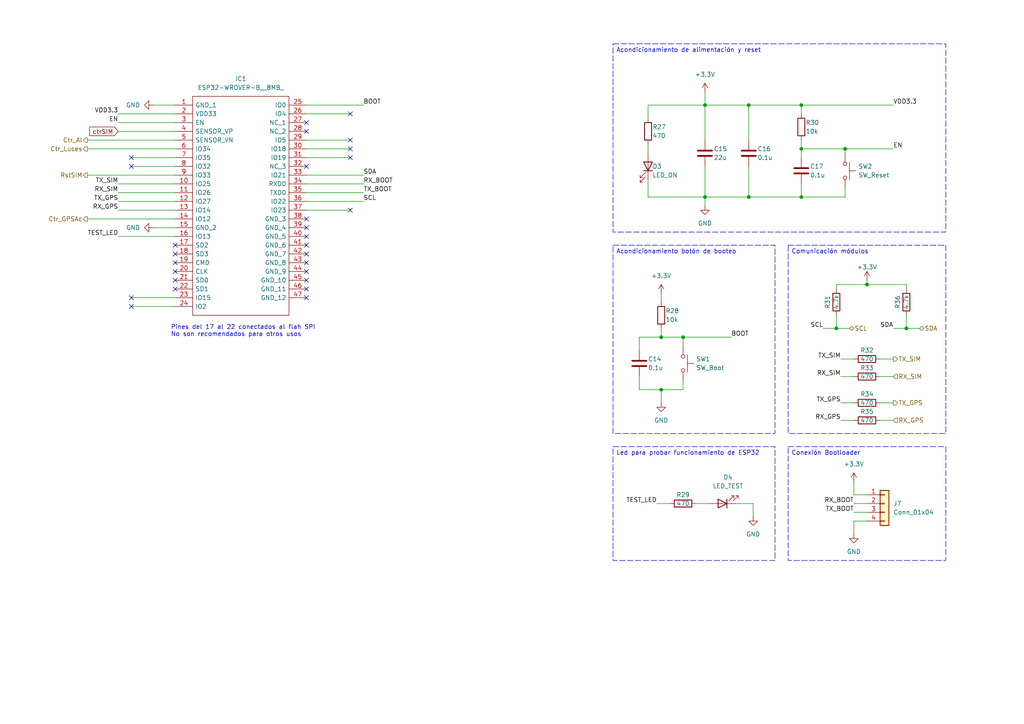
<source format=kicad_sch>
(kicad_sch (version 20230121) (generator eeschema)
  (paper "A4")
  (lib_symbols
    (symbol "Connector_Generic:Conn_01x04" (pin_names (offset 1.016) hide)
      (property "Reference" "J" (at 0 5.08 0))
      (property "Value" "Conn_01x04" (at 0 -7.62 0))
      (symbol "Conn_01x04_1_1"
        (rectangle (start -1.27 -4.953) (end 0 -5.207) (stroke (width 0.1524)))
        (rectangle (start -1.27 -2.413) (end 0 -2.667) (stroke (width 0.1524)))
        (rectangle (start -1.27 0.127) (end 0 -0.127) (stroke (width 0.1524)))
        (rectangle (start -1.27 2.667) (end 0 2.413) (stroke (width 0.1524)))
        (rectangle (start -1.27 3.81) (end 1.27 -6.35) (stroke (width 0.254)) (fill (type background)))
        (pin passive line (at -5.08 2.54 0) (length 3.81) (name "Pin_1") (number "1"))
        (pin passive line (at -5.08 0 0) (length 3.81) (name "Pin_2") (number "2"))
        (pin passive line (at -5.08 -2.54 0) (length 3.81) (name "Pin_3") (number "3"))
        (pin passive line (at -5.08 -5.08 0) (length 3.81) (name "Pin_4") (number "4"))
      )
    )
    (symbol "Device:C" (pin_numbers hide) (pin_names (offset 0.254))
      (property "Reference" "C" (at 0.635 2.54 0))
      (property "Value" "C" (at 0.635 -2.54 0))
      (symbol "C_0_1"
        (polyline (pts (xy -2.032 -0.762) (xy 2.032 -0.762)) (stroke (width 0.508)))
        (polyline (pts (xy -2.032 0.762) (xy 2.032 0.762)) (stroke (width 0.508)))
      )
      (symbol "C_1_1"
        (pin passive line (at 0 3.81 270) (length 2.794) (name "~") (number "1"))
        (pin passive line (at 0 -3.81 90) (length 2.794) (name "~") (number "2"))
      )
    )
    (symbol "Device:LED" (pin_numbers hide) (pin_names (offset 1.016) hide)
      (property "Reference" "D" (at 0 2.54 0))
      (property "Value" "LED" (at 0 -2.54 0))
      (symbol "LED_0_1"
        (polyline (pts (xy -1.27 -1.27) (xy -1.27 1.27)) (stroke (width 0.254)))
        (polyline (pts (xy -1.27 0) (xy 1.27 0)))
        (polyline (pts (xy 1.27 -1.27) (xy 1.27 1.27) (xy -1.27 0) (xy 1.27 -1.27)) (stroke (width 0.254)))
        (polyline (pts (xy -3.048 -0.762) (xy -4.572 -2.286) (xy -3.81 -2.286) (xy -4.572 -2.286) (xy -4.572 -1.524)))
        (polyline (pts (xy -1.778 -0.762) (xy -3.302 -2.286) (xy -2.54 -2.286) (xy -3.302 -2.286) (xy -3.302 -1.524)))
      )
      (symbol "LED_1_1"
        (pin passive line (at -3.81 0 0) (length 2.54) (name "K") (number "1"))
        (pin passive line (at 3.81 0 180) (length 2.54) (name "A") (number "2"))
      )
    )
    (symbol "Device:R" (pin_numbers hide) (pin_names (offset 0))
      (property "Reference" "R" (at 2.032 0 90))
      (property "Value" "R" (at 0 0 90))
      (symbol "R_0_1"
        (rectangle (start -1.016 -2.54) (end 1.016 2.54) (stroke (width 0.254)))
      )
      (symbol "R_1_1"
        (pin passive line (at 0 3.81 270) (length 1.27) (name "~") (number "1"))
        (pin passive line (at 0 -3.81 90) (length 1.27) (name "~") (number "2"))
      )
    )
    (symbol "ESP32-WROVER-B__8MB_:ESP32-WROVER-B__8MB_" (pin_names (offset 0.762))
      (property "Reference" "IC" (at 34.29 7.62 0))
      (property "Value" "ESP32-WROVER-B__8MB_" (at 34.29 5.08 0))
      (symbol "ESP32-WROVER-B__8MB__0_0"
        (pin passive line (at 0 0 0) (length 5.08) (name "GND_1") (number "1"))
        (pin passive line (at 0 -22.86 0) (length 5.08) (name "IO25") (number "10"))
        (pin passive line (at 0 -25.4 0) (length 5.08) (name "IO26") (number "11"))
        (pin passive line (at 0 -27.94 0) (length 5.08) (name "IO27") (number "12"))
        (pin passive line (at 0 -30.48 0) (length 5.08) (name "IO14") (number "13"))
        (pin passive line (at 0 -33.02 0) (length 5.08) (name "IO12") (number "14"))
        (pin passive line (at 0 -35.56 0) (length 5.08) (name "GND_2") (number "15"))
        (pin passive line (at 0 -38.1 0) (length 5.08) (name "IO13") (number "16"))
        (pin passive line (at 0 -40.64 0) (length 5.08) (name "SD2") (number "17"))
        (pin passive line (at 0 -43.18 0) (length 5.08) (name "SD3") (number "18"))
        (pin passive line (at 0 -45.72 0) (length 5.08) (name "CMD") (number "19"))
        (pin passive line (at 0 -2.54 0) (length 5.08) (name "VDD33") (number "2"))
        (pin passive line (at 0 -48.26 0) (length 5.08) (name "CLK") (number "20"))
        (pin passive line (at 0 -50.8 0) (length 5.08) (name "SD0") (number "21"))
        (pin passive line (at 0 -53.34 0) (length 5.08) (name "SD1") (number "22"))
        (pin passive line (at 0 -55.88 0) (length 5.08) (name "IO15") (number "23"))
        (pin passive line (at 0 -58.42 0) (length 5.08) (name "IO2") (number "24"))
        (pin passive line (at 38.1 0 180) (length 5.08) (name "IO0") (number "25"))
        (pin passive line (at 38.1 -2.54 180) (length 5.08) (name "IO4") (number "26"))
        (pin passive line (at 38.1 -5.08 180) (length 5.08) (name "NC_1") (number "27"))
        (pin passive line (at 38.1 -7.62 180) (length 5.08) (name "NC_2") (number "28"))
        (pin passive line (at 38.1 -10.16 180) (length 5.08) (name "IO5") (number "29"))
        (pin passive line (at 0 -5.08 0) (length 5.08) (name "EN") (number "3"))
        (pin passive line (at 38.1 -12.7 180) (length 5.08) (name "IO18") (number "30"))
        (pin passive line (at 38.1 -15.24 180) (length 5.08) (name "IO19") (number "31"))
        (pin passive line (at 38.1 -17.78 180) (length 5.08) (name "NC_3") (number "32"))
        (pin passive line (at 38.1 -20.32 180) (length 5.08) (name "IO21") (number "33"))
        (pin passive line (at 38.1 -22.86 180) (length 5.08) (name "RXD0") (number "34"))
        (pin passive line (at 38.1 -25.4 180) (length 5.08) (name "TXD0") (number "35"))
        (pin passive line (at 38.1 -27.94 180) (length 5.08) (name "IO22") (number "36"))
        (pin passive line (at 38.1 -30.48 180) (length 5.08) (name "IO23") (number "37"))
        (pin passive line (at 38.1 -33.02 180) (length 5.08) (name "GND_3") (number "38"))
        (pin passive line (at 38.1 -35.56 180) (length 5.08) (name "GND_4") (number "39"))
        (pin passive line (at 0 -7.62 0) (length 5.08) (name "SENSOR_VP") (number "4"))
        (pin passive line (at 38.1 -38.1 180) (length 5.08) (name "GND_5") (number "40"))
        (pin passive line (at 38.1 -40.64 180) (length 5.08) (name "GND_6") (number "41"))
        (pin passive line (at 38.1 -43.18 180) (length 5.08) (name "GND_7") (number "42"))
        (pin passive line (at 38.1 -45.72 180) (length 5.08) (name "GND_8") (number "43"))
        (pin passive line (at 38.1 -48.26 180) (length 5.08) (name "GND_9") (number "44"))
        (pin passive line (at 38.1 -50.8 180) (length 5.08) (name "GND_10") (number "45"))
        (pin passive line (at 38.1 -53.34 180) (length 5.08) (name "GND_11") (number "46"))
        (pin passive line (at 38.1 -55.88 180) (length 5.08) (name "GND_12") (number "47"))
        (pin passive line (at 0 -10.16 0) (length 5.08) (name "SENSOR_VN") (number "5"))
        (pin passive line (at 0 -12.7 0) (length 5.08) (name "IO34") (number "6"))
        (pin passive line (at 0 -15.24 0) (length 5.08) (name "IO35") (number "7"))
        (pin passive line (at 0 -17.78 0) (length 5.08) (name "IO32") (number "8"))
        (pin passive line (at 0 -20.32 0) (length 5.08) (name "IO33") (number "9"))
      )
      (symbol "ESP32-WROVER-B__8MB__0_1"
        (polyline (pts (xy 5.08 2.54) (xy 33.02 2.54) (xy 33.02 -60.96) (xy 5.08 -60.96) (xy 5.08 2.54)) (stroke (width 0.1524)))
      )
    )
    (symbol "Switch:SW_Push" (pin_numbers hide) (pin_names (offset 1.016) hide)
      (property "Reference" "SW" (at 1.27 2.54 0))
      (property "Value" "SW_Push" (at 0 -1.524 0))
      (symbol "SW_Push_0_1"
        (circle (center -2.032 0) (radius 0.508))
        (polyline (pts (xy 0 1.27) (xy 0 3.048)))
        (polyline (pts (xy 2.54 1.27) (xy -2.54 1.27)))
        (circle (center 2.032 0) (radius 0.508))
        (pin passive line (at -5.08 0 0) (length 2.54) (name "1") (number "1"))
        (pin passive line (at 5.08 0 180) (length 2.54) (name "2") (number "2"))
      )
    )
    (symbol "power:+3.3V" (power) (pin_names (offset 0))
      (property "Value" "+3.3V" (at 0 3.556 0))
      (symbol "+3.3V_0_1"
        (polyline (pts (xy -0.762 1.27) (xy 0 2.54)))
        (polyline (pts (xy 0 0) (xy 0 2.54)))
        (polyline (pts (xy 0 2.54) (xy 0.762 1.27)))
      )
      (symbol "+3.3V_1_1"
        (pin power_in line (at 0 0 90) (length 0) hide (name "+3.3V") (number "1"))
      )
    )
    (symbol "power:GND" (power) (pin_names (offset 0))
      (property "Value" "GND" (at 0 -3.81 0))
      (symbol "GND_0_1"
        (polyline (pts (xy 0 0) (xy 0 -1.27) (xy 1.27 -1.27) (xy 0 -2.54) (xy -1.27 -1.27) (xy 0 -1.27)))
      )
      (symbol "GND_1_1"
        (pin power_in line (at 0 0 270) (length 0) hide (name "GND") (number "1"))
      )
    )
  )
  (junction (at 262.89 95.25))
  (junction (at 245.11 43.18))
  (junction (at 232.41 30.48))
  (junction (at 191.77 97.79))
  (junction (at 198.12 97.79))
  (junction (at 232.41 57.15))
  (junction (at 191.77 113.03))
  (junction (at 242.57 95.25))
  (junction (at 204.47 30.48))
  (junction (at 232.41 43.18))
  (junction (at 217.17 30.48))
  (junction (at 217.17 57.15))
  (junction (at 251.46 82.55))
  (junction (at 204.47 57.15))
  (no_connect (at 88.9 86.36))
  (no_connect (at 88.9 35.56))
  (no_connect (at 101.6 40.64))
  (no_connect (at 101.6 33.02))
  (no_connect (at 88.9 81.28))
  (no_connect (at 88.9 63.5))
  (no_connect (at 88.9 68.58))
  (no_connect (at 88.9 78.74))
  (no_connect (at 50.8 76.2))
  (no_connect (at 88.9 76.2))
  (no_connect (at 38.1 48.26))
  (no_connect (at 50.8 83.82))
  (no_connect (at 50.8 73.66))
  (no_connect (at 50.8 78.74))
  (no_connect (at 101.6 43.18))
  (no_connect (at 38.1 45.72))
  (no_connect (at 50.8 81.28))
  (no_connect (at 88.9 38.1))
  (no_connect (at 88.9 66.04))
  (no_connect (at 88.9 71.12))
  (no_connect (at 38.1 86.36))
  (no_connect (at 50.8 71.12))
  (no_connect (at 101.6 60.96))
  (no_connect (at 88.9 83.82))
  (no_connect (at 38.1 88.9))
  (no_connect (at 88.9 73.66))
  (no_connect (at 101.6 45.72))
  (no_connect (at 88.9 48.26))
  (wire (pts (xy 204.47 30.48) (xy 217.17 30.48)))
  (wire (pts (xy 187.96 41.91) (xy 187.96 44.45)))
  (wire (pts (xy 251.46 82.55) (xy 262.89 82.55)))
  (wire (pts (xy 246.38 95.25) (xy 242.57 95.25)))
  (wire (pts (xy 88.9 55.88) (xy 105.41 55.88)))
  (wire (pts (xy 247.65 151.13) (xy 251.46 151.13)))
  (wire (pts (xy 187.96 34.29) (xy 187.96 30.48)))
  (wire (pts (xy 187.96 52.07) (xy 187.96 57.15)))
  (wire (pts (xy 191.77 97.79) (xy 198.12 97.79)))
  (wire (pts (xy 204.47 57.15) (xy 204.47 59.69)))
  (wire (pts (xy 201.93 146.05) (xy 205.74 146.05)))
  (wire (pts (xy 38.1 48.26) (xy 50.8 48.26)))
  (wire (pts (xy 191.77 85.09) (xy 191.77 87.63)))
  (wire (pts (xy 25.4 40.64) (xy 50.8 40.64)))
  (wire (pts (xy 88.9 30.48) (xy 105.41 30.48)))
  (wire (pts (xy 191.77 113.03) (xy 191.77 116.84)))
  (wire (pts (xy 245.11 43.18) (xy 259.08 43.18)))
  (wire (pts (xy 191.77 95.25) (xy 191.77 97.79)))
  (wire (pts (xy 44.45 66.04) (xy 50.8 66.04)))
  (wire (pts (xy 88.9 45.72) (xy 101.6 45.72)))
  (wire (pts (xy 204.47 30.48) (xy 204.47 40.64)))
  (wire (pts (xy 187.96 30.48) (xy 204.47 30.48)))
  (wire (pts (xy 191.77 97.79) (xy 185.42 97.79)))
  (wire (pts (xy 34.29 33.02) (xy 50.8 33.02)))
  (wire (pts (xy 247.65 148.59) (xy 251.46 148.59)))
  (wire (pts (xy 232.41 33.02) (xy 232.41 30.48)))
  (wire (pts (xy 217.17 30.48) (xy 232.41 30.48)))
  (wire (pts (xy 242.57 83.82) (xy 242.57 82.55)))
  (wire (pts (xy 25.4 50.8) (xy 50.8 50.8)))
  (wire (pts (xy 232.41 53.34) (xy 232.41 57.15)))
  (wire (pts (xy 217.17 30.48) (xy 217.17 40.64)))
  (wire (pts (xy 259.08 109.22) (xy 255.27 109.22)))
  (wire (pts (xy 34.29 38.1) (xy 50.8 38.1)))
  (wire (pts (xy 34.29 68.58) (xy 50.8 68.58)))
  (wire (pts (xy 34.29 35.56) (xy 50.8 35.56)))
  (wire (pts (xy 88.9 43.18) (xy 101.6 43.18)))
  (wire (pts (xy 88.9 40.64) (xy 101.6 40.64)))
  (wire (pts (xy 198.12 97.79) (xy 212.09 97.79)))
  (wire (pts (xy 259.08 121.92) (xy 255.27 121.92)))
  (wire (pts (xy 242.57 82.55) (xy 251.46 82.55)))
  (wire (pts (xy 243.84 104.14) (xy 247.65 104.14)))
  (wire (pts (xy 232.41 40.64) (xy 232.41 43.18)))
  (wire (pts (xy 262.89 95.25) (xy 262.89 91.44)))
  (wire (pts (xy 259.08 116.84) (xy 255.27 116.84)))
  (wire (pts (xy 88.9 33.02) (xy 101.6 33.02)))
  (wire (pts (xy 243.84 116.84) (xy 247.65 116.84)))
  (wire (pts (xy 251.46 81.28) (xy 251.46 82.55)))
  (wire (pts (xy 198.12 110.49) (xy 198.12 113.03)))
  (wire (pts (xy 191.77 113.03) (xy 185.42 113.03)))
  (wire (pts (xy 217.17 48.26) (xy 217.17 57.15)))
  (wire (pts (xy 34.29 60.96) (xy 50.8 60.96)))
  (wire (pts (xy 259.08 95.25) (xy 262.89 95.25)))
  (wire (pts (xy 245.11 54.61) (xy 245.11 57.15)))
  (wire (pts (xy 204.47 30.48) (xy 204.47 26.67)))
  (wire (pts (xy 38.1 88.9) (xy 50.8 88.9)))
  (wire (pts (xy 190.5 146.05) (xy 194.31 146.05)))
  (wire (pts (xy 88.9 53.34) (xy 105.41 53.34)))
  (wire (pts (xy 185.42 97.79) (xy 185.42 101.6)))
  (wire (pts (xy 213.36 146.05) (xy 218.44 146.05)))
  (wire (pts (xy 232.41 57.15) (xy 245.11 57.15)))
  (wire (pts (xy 198.12 113.03) (xy 191.77 113.03)))
  (wire (pts (xy 88.9 60.96) (xy 101.6 60.96)))
  (wire (pts (xy 185.42 113.03) (xy 185.42 109.22)))
  (wire (pts (xy 34.29 53.34) (xy 50.8 53.34)))
  (wire (pts (xy 88.9 58.42) (xy 105.41 58.42)))
  (wire (pts (xy 232.41 43.18) (xy 232.41 45.72)))
  (wire (pts (xy 217.17 57.15) (xy 204.47 57.15)))
  (wire (pts (xy 245.11 43.18) (xy 232.41 43.18)))
  (wire (pts (xy 204.47 48.26) (xy 204.47 57.15)))
  (wire (pts (xy 44.45 30.48) (xy 50.8 30.48)))
  (wire (pts (xy 34.29 55.88) (xy 50.8 55.88)))
  (wire (pts (xy 88.9 50.8) (xy 105.41 50.8)))
  (wire (pts (xy 238.76 95.25) (xy 242.57 95.25)))
  (wire (pts (xy 25.4 63.5) (xy 50.8 63.5)))
  (wire (pts (xy 247.65 146.05) (xy 251.46 146.05)))
  (wire (pts (xy 217.17 57.15) (xy 232.41 57.15)))
  (wire (pts (xy 266.7 95.25) (xy 262.89 95.25)))
  (wire (pts (xy 259.08 104.14) (xy 255.27 104.14)))
  (wire (pts (xy 34.29 58.42) (xy 50.8 58.42)))
  (wire (pts (xy 218.44 146.05) (xy 218.44 149.86)))
  (wire (pts (xy 232.41 30.48) (xy 259.08 30.48)))
  (wire (pts (xy 242.57 95.25) (xy 242.57 91.44)))
  (wire (pts (xy 247.65 154.94) (xy 247.65 151.13)))
  (wire (pts (xy 198.12 100.33) (xy 198.12 97.79)))
  (wire (pts (xy 262.89 82.55) (xy 262.89 83.82)))
  (wire (pts (xy 38.1 45.72) (xy 50.8 45.72)))
  (wire (pts (xy 251.46 143.51) (xy 247.65 143.51)))
  (wire (pts (xy 25.4 43.18) (xy 50.8 43.18)))
  (wire (pts (xy 243.84 109.22) (xy 247.65 109.22)))
  (wire (pts (xy 247.65 143.51) (xy 247.65 139.7)))
  (wire (pts (xy 187.96 57.15) (xy 204.47 57.15)))
  (wire (pts (xy 243.84 121.92) (xy 247.65 121.92)))
  (wire (pts (xy 245.11 44.45) (xy 245.11 43.18)))
  (wire (pts (xy 38.1 86.36) (xy 50.8 86.36)))
  (text_box "Comunicación módulos" (at 228.6 71.12 0) (size 45.72 54.61) (stroke (width 0) (type dash)) (effects (font (size 1.27 1.27)) (justify left top)))
  (text_box "Conexión Bootloader" (at 228.6 129.54 0) (size 45.72 33.02) (stroke (width 0) (type dash)) (effects (font (size 1.27 1.27)) (justify left top)))
  (text_box "Led para probar funcionamiento de ESP32" (at 177.8 129.54 0) (size 46.99 33.02) (stroke (width 0) (type dash)) (effects (font (size 1.27 1.27)) (justify left top)))
  (text_box "Acondicionamiento de alimentación y reset" (at 177.8 12.7 0) (size 96.52 54.61) (stroke (width 0) (type dash)) (effects (font (size 1.27 1.27)) (justify left top)))
  (text_box "Acondicionamiento botón de booteo" (at 177.8 71.12 0) (size 46.99 54.61) (stroke (width 0) (type dash)) (effects (font (size 1.27 1.27)) (justify left top)))
  (text "Pines del 17 al 22 conectados al flah SPI\nNo son recomendados para otros usos" (at 49.53 97.79 0) (effects (font (size 1.27 1.27)) (justify left bottom)))
  (label "RX_SIM" (at 243.84 109.22 180))
  (label "TEST_LED" (at 34.29 68.58 180))
  (label "TEST_LED" (at 190.5 146.05 180))
  (label "BOOT" (at 105.41 30.48 0))
  (label "SDA" (at 259.08 95.25 180))
  (label "SDA" (at 105.41 50.8 0))
  (label "BOOT" (at 212.09 97.79 0))
  (label "TX_GPS" (at 34.29 58.42 180))
  (label "VDD3.3" (at 259.08 30.48 0))
  (label "VDD3.3" (at 34.29 33.02 180))
  (label "TX_SIM" (at 34.29 53.34 180))
  (label "TX_BOOT" (at 105.41 55.88 0))
  (label "RX_GPS" (at 243.84 121.92 180))
  (label "RX_BOOT" (at 247.65 146.05 180))
  (label "SCL" (at 238.76 95.25 180))
  (label "RX_BOOT" (at 105.41 53.34 0))
  (label "TX_BOOT" (at 247.65 148.59 180))
  (label "EN" (at 259.08 43.18 0))
  (label "RX_SIM" (at 34.29 55.88 180))
  (label "RX_GPS" (at 34.29 60.96 180))
  (label "TX_GPS" (at 243.84 116.84 180))
  (label "SCL" (at 105.41 58.42 0))
  (label "EN" (at 34.29 35.56 180))
  (label "TX_SIM" (at 243.84 104.14 180))
  (global_label "ctrSIM" (shape input) (at 34.29 38.1 180) (property "Intersheetrefs" "${INTERSHEET_REFS}" (effects hide)))
  (hierarchical_label "TX_GPS" (shape output) (at 259.08 116.84 0))
  (hierarchical_label "SDA" (shape bidirectional) (at 266.7 95.25 0))
  (hierarchical_label "RX_SIM" (shape input) (at 259.08 109.22 0))
  (hierarchical_label "SCL" (shape bidirectional) (at 246.38 95.25 0))
  (hierarchical_label "Ctr_Luces" (shape output) (at 25.4 43.18 180))
  (hierarchical_label "RX_GPS" (shape input) (at 259.08 121.92 0))
  (hierarchical_label "Ctr_GPSAc" (shape output) (at 25.4 63.5 180))
  (hierarchical_label "Ctr_Al" (shape output) (at 25.4 40.64 180))
  (hierarchical_label "TX_SIM" (shape output) (at 259.08 104.14 0))
  (hierarchical_label "RstSIM" (shape output) (at 25.4 50.8 180))
  (symbol (lib_id "Switch:SW_Push") (at 198.12 105.41 270) (mirror x) (unit 1)
    (property "Reference" "SW1" (at 201.93 104.14 90) (effects (justify left)))
    (property "Value" "SW_Boot" (at 201.93 106.68 90) (effects (justify left)))
  )
  (symbol (lib_id "Device:R") (at 198.12 146.05 90) (unit 1)
    (property "Reference" "R29" (at 198.12 143.51 90))
    (property "Value" "470" (at 198.12 146.05 90))
  )
  (symbol (lib_id "power:GND") (at 204.47 59.69 0) (unit 1)
    (property "Reference" "#PWR048" (effects hide))
    (property "Value" "GND" (at 204.47 64.77 0))
  )
  (symbol (lib_id "Device:R") (at 187.96 38.1 0) (unit 1)
    (property "Reference" "R27" (at 189.23 36.83 0) (effects (justify left)))
    (property "Value" "470" (at 189.23 39.37 0) (effects (justify left)))
  )
  (symbol (lib_id "power:+3.3V") (at 191.77 85.09 0) (unit 1)
    (property "Reference" "#PWR045" (effects hide))
    (property "Value" "+3.3V" (at 191.77 80.01 0))
  )
  (symbol (lib_id "Device:C") (at 204.47 44.45 0) (unit 1)
    (property "Reference" "C15" (at 207.01 43.18 0) (effects (justify left)))
    (property "Value" "22u" (at 207.01 45.72 0) (effects (justify left)))
  )
  (symbol (lib_id "Device:R") (at 262.89 87.63 180) (unit 1)
    (property "Reference" "R36" (at 260.35 87.63 90))
    (property "Value" "4.7k" (at 262.89 87.63 90))
  )
  (symbol (lib_id "Device:C") (at 217.17 44.45 0) (unit 1)
    (property "Reference" "C16" (at 219.71 43.18 0) (effects (justify left)))
    (property "Value" "0.1u" (at 219.71 45.72 0) (effects (justify left)))
  )
  (symbol (lib_id "Device:R") (at 251.46 104.14 90) (unit 1)
    (property "Reference" "R32" (at 251.46 101.6 90))
    (property "Value" "470" (at 251.46 104.14 90))
  )
  (symbol (lib_id "power:+3.3V") (at 247.65 139.7 0) (unit 1)
    (property "Reference" "#PWR050" (effects hide))
    (property "Value" "+3.3V" (at 247.65 134.62 0))
  )
  (symbol (lib_id "Connector_Generic:Conn_01x04") (at 256.54 146.05 0) (unit 1)
    (property "Reference" "J7" (at 259.08 146.05 0) (effects (justify left)))
    (property "Value" "Conn_01x04" (at 259.08 148.59 0) (effects (justify left)))
  )
  (symbol (lib_id "Device:LED") (at 209.55 146.05 180) (unit 1)
    (property "Reference" "D4" (at 211.1375 138.43 0))
    (property "Value" "LED_TEST" (at 211.1375 140.97 0))
  )
  (symbol (lib_id "power:+3.3V") (at 251.46 81.28 0) (unit 1)
    (property "Reference" "#PWR052" (effects hide))
    (property "Value" "+3.3V" (at 251.46 77.47 0))
  )
  (symbol (lib_id "power:GND") (at 218.44 149.86 0) (unit 1)
    (property "Reference" "#PWR049" (effects hide))
    (property "Value" "GND" (at 218.44 154.94 0))
  )
  (symbol (lib_id "Device:LED") (at 187.96 48.26 270) (mirror x) (unit 1)
    (property "Reference" "D3" (at 189.23 48.26 90) (effects (justify left)))
    (property "Value" "LED_ON" (at 189.23 50.8 90) (effects (justify left)))
  )
  (symbol (lib_id "power:GND") (at 191.77 116.84 0) (unit 1)
    (property "Reference" "#PWR046" (effects hide))
    (property "Value" "GND" (at 191.77 121.92 0))
  )
  (symbol (lib_id "power:GND") (at 247.65 154.94 0) (unit 1)
    (property "Reference" "#PWR051" (effects hide))
    (property "Value" "GND" (at 247.65 160.02 0))
  )
  (symbol (lib_id "power:+3.3V") (at 204.47 26.67 0) (unit 1)
    (property "Reference" "#PWR047" (effects hide))
    (property "Value" "+3.3V" (at 204.47 21.59 0))
  )
  (symbol (lib_id "Device:R") (at 251.46 121.92 90) (unit 1)
    (property "Reference" "R35" (at 251.46 119.38 90))
    (property "Value" "470" (at 251.46 121.92 90))
  )
  (symbol (lib_id "power:GND") (at 44.45 30.48 270) (unit 1)
    (property "Reference" "#PWR043" (effects hide))
    (property "Value" "GND" (at 40.64 30.48 90) (effects (justify right)))
  )
  (symbol (lib_id "Device:R") (at 191.77 91.44 0) (unit 1)
    (property "Reference" "R28" (at 193.04 90.17 0) (effects (justify left)))
    (property "Value" "10k" (at 193.04 92.71 0) (effects (justify left)))
  )
  (symbol (lib_id "power:GND") (at 44.45 66.04 270) (mirror x) (unit 1)
    (property "Reference" "#PWR044" (effects hide))
    (property "Value" "GND" (at 40.64 66.04 90) (effects (justify right)))
  )
  (symbol (lib_id "Device:C") (at 232.41 49.53 0) (unit 1)
    (property "Reference" "C17" (at 234.95 48.26 0) (effects (justify left)))
    (property "Value" "0.1u" (at 234.95 50.8 0) (effects (justify left)))
  )
  (symbol (lib_id "Device:R") (at 251.46 116.84 90) (unit 1)
    (property "Reference" "R34" (at 251.46 114.3 90))
    (property "Value" "470" (at 251.46 116.84 90))
  )
  (symbol (lib_id "Device:R") (at 242.57 87.63 180) (unit 1)
    (property "Reference" "R31" (at 240.03 87.63 90))
    (property "Value" "4.7k" (at 242.57 87.63 90))
  )
  (symbol (lib_id "ESP32-WROVER-B__8MB_:ESP32-WROVER-B__8MB_") (at 50.8 30.48 0) (unit 1)
    (property "Reference" "IC1" (at 69.85 22.86 0))
    (property "Value" "ESP32-WROVER-B__8MB_" (at 69.85 25.4 0))
    (property "Footprint" "ESP32WROVERB8MB" (effects hide))
    (property "Datasheet" "https://eu.mouser.com/datasheet/2/891/esp32-wrover-b_datasheet_en-1384674.pdf" (effects hide))
    (property "Description" "WiFi Modules (802.11) SMD Module M213DH6464PH3Q0, ESP32-D0WD, 64Mbits PSRAM, 8MB SPI flash, PCB Antenna" (effects hide))
    (property "Height" "3.4" (effects hide))
    (property "Manufacturer_Name" "Espressif Systems" (effects hide))
    (property "Manufacturer_Part_Number" "ESP32-WROVER-B (8MB)" (effects hide))
    (property "Mouser Part Number" "356-ESP32-WRO-B(8MB)" (effects hide))
  )
  (symbol (lib_id "Switch:SW_Push") (at 245.11 49.53 270) (unit 1)
    (property "Reference" "SW2" (at 248.92 48.26 90) (effects (justify left)))
    (property "Value" "SW_Reset" (at 248.92 50.8 90) (effects (justify left)))
  )
  (symbol (lib_id "Device:C") (at 185.42 105.41 0) (unit 1)
    (property "Reference" "C14" (at 187.96 104.14 0) (effects (justify left)))
    (property "Value" "0.1u" (at 187.96 106.68 0) (effects (justify left)))
  )
  (symbol (lib_id "Device:R") (at 251.46 109.22 90) (unit 1)
    (property "Reference" "R33" (at 251.46 106.68 90))
    (property "Value" "470" (at 251.46 109.22 90))
  )
  (symbol (lib_id "Device:R") (at 232.41 36.83 0) (unit 1)
    (property "Reference" "R30" (at 233.68 35.56 0) (effects (justify left)))
    (property "Value" "10k" (at 233.68 38.1 0) (effects (justify left)))
  )
)
</source>
